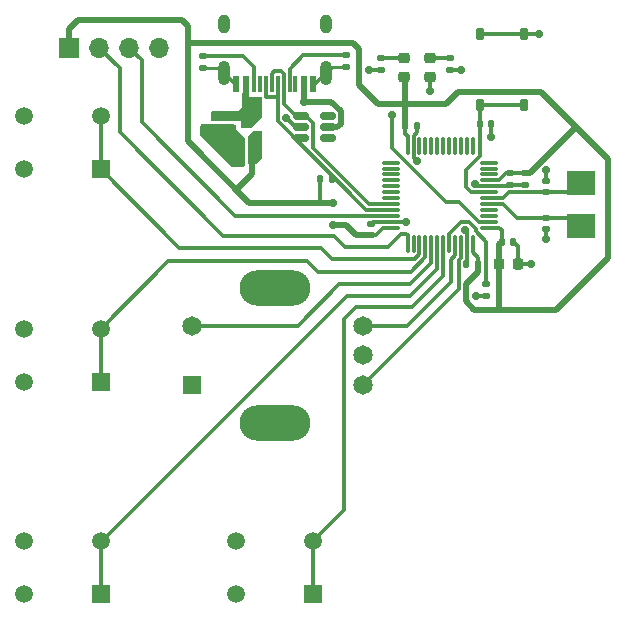
<source format=gtl>
G04 #@! TF.GenerationSoftware,KiCad,Pcbnew,(6.0.6-0)*
G04 #@! TF.CreationDate,2022-07-11T21:24:59+01:00*
G04 #@! TF.ProjectId,Spinny,5370696e-6e79-42e6-9b69-6361645f7063,rev?*
G04 #@! TF.SameCoordinates,Original*
G04 #@! TF.FileFunction,Copper,L1,Top*
G04 #@! TF.FilePolarity,Positive*
%FSLAX46Y46*%
G04 Gerber Fmt 4.6, Leading zero omitted, Abs format (unit mm)*
G04 Created by KiCad (PCBNEW (6.0.6-0)) date 2022-07-11 21:24:59*
%MOMM*%
%LPD*%
G01*
G04 APERTURE LIST*
G04 Aperture macros list*
%AMRoundRect*
0 Rectangle with rounded corners*
0 $1 Rounding radius*
0 $2 $3 $4 $5 $6 $7 $8 $9 X,Y pos of 4 corners*
0 Add a 4 corners polygon primitive as box body*
4,1,4,$2,$3,$4,$5,$6,$7,$8,$9,$2,$3,0*
0 Add four circle primitives for the rounded corners*
1,1,$1+$1,$2,$3*
1,1,$1+$1,$4,$5*
1,1,$1+$1,$6,$7*
1,1,$1+$1,$8,$9*
0 Add four rect primitives between the rounded corners*
20,1,$1+$1,$2,$3,$4,$5,0*
20,1,$1+$1,$4,$5,$6,$7,0*
20,1,$1+$1,$6,$7,$8,$9,0*
20,1,$1+$1,$8,$9,$2,$3,0*%
G04 Aperture macros list end*
G04 #@! TA.AperFunction,ComponentPad*
%ADD10R,1.508000X1.508000*%
G04 #@! TD*
G04 #@! TA.AperFunction,ComponentPad*
%ADD11C,1.508000*%
G04 #@! TD*
G04 #@! TA.AperFunction,SMDPad,CuDef*
%ADD12RoundRect,0.218750X-0.256250X0.218750X-0.256250X-0.218750X0.256250X-0.218750X0.256250X0.218750X0*%
G04 #@! TD*
G04 #@! TA.AperFunction,SMDPad,CuDef*
%ADD13RoundRect,0.135000X-0.185000X0.135000X-0.185000X-0.135000X0.185000X-0.135000X0.185000X0.135000X0*%
G04 #@! TD*
G04 #@! TA.AperFunction,SMDPad,CuDef*
%ADD14RoundRect,0.140000X-0.140000X-0.170000X0.140000X-0.170000X0.140000X0.170000X-0.140000X0.170000X0*%
G04 #@! TD*
G04 #@! TA.AperFunction,ComponentPad*
%ADD15R,1.650000X1.650000*%
G04 #@! TD*
G04 #@! TA.AperFunction,ComponentPad*
%ADD16C,1.650000*%
G04 #@! TD*
G04 #@! TA.AperFunction,ComponentPad*
%ADD17O,6.000000X3.000000*%
G04 #@! TD*
G04 #@! TA.AperFunction,SMDPad,CuDef*
%ADD18R,2.400000X2.000000*%
G04 #@! TD*
G04 #@! TA.AperFunction,SMDPad,CuDef*
%ADD19RoundRect,0.075000X0.662500X0.075000X-0.662500X0.075000X-0.662500X-0.075000X0.662500X-0.075000X0*%
G04 #@! TD*
G04 #@! TA.AperFunction,SMDPad,CuDef*
%ADD20RoundRect,0.075000X0.075000X0.662500X-0.075000X0.662500X-0.075000X-0.662500X0.075000X-0.662500X0*%
G04 #@! TD*
G04 #@! TA.AperFunction,SMDPad,CuDef*
%ADD21R,0.600000X1.450000*%
G04 #@! TD*
G04 #@! TA.AperFunction,SMDPad,CuDef*
%ADD22R,0.300000X1.450000*%
G04 #@! TD*
G04 #@! TA.AperFunction,ComponentPad*
%ADD23O,1.000000X2.100000*%
G04 #@! TD*
G04 #@! TA.AperFunction,ComponentPad*
%ADD24O,1.000000X1.600000*%
G04 #@! TD*
G04 #@! TA.AperFunction,SMDPad,CuDef*
%ADD25RoundRect,0.150000X0.150000X-0.587500X0.150000X0.587500X-0.150000X0.587500X-0.150000X-0.587500X0*%
G04 #@! TD*
G04 #@! TA.AperFunction,SMDPad,CuDef*
%ADD26RoundRect,0.140000X0.140000X0.170000X-0.140000X0.170000X-0.140000X-0.170000X0.140000X-0.170000X0*%
G04 #@! TD*
G04 #@! TA.AperFunction,SMDPad,CuDef*
%ADD27RoundRect,0.140000X-0.170000X0.140000X-0.170000X-0.140000X0.170000X-0.140000X0.170000X0.140000X0*%
G04 #@! TD*
G04 #@! TA.AperFunction,SMDPad,CuDef*
%ADD28RoundRect,0.140000X0.170000X-0.140000X0.170000X0.140000X-0.170000X0.140000X-0.170000X-0.140000X0*%
G04 #@! TD*
G04 #@! TA.AperFunction,SMDPad,CuDef*
%ADD29RoundRect,0.135000X-0.135000X-0.185000X0.135000X-0.185000X0.135000X0.185000X-0.135000X0.185000X0*%
G04 #@! TD*
G04 #@! TA.AperFunction,SMDPad,CuDef*
%ADD30RoundRect,0.225000X-0.225000X-0.250000X0.225000X-0.250000X0.225000X0.250000X-0.225000X0.250000X0*%
G04 #@! TD*
G04 #@! TA.AperFunction,SMDPad,CuDef*
%ADD31RoundRect,0.135000X0.185000X-0.135000X0.185000X0.135000X-0.185000X0.135000X-0.185000X-0.135000X0*%
G04 #@! TD*
G04 #@! TA.AperFunction,SMDPad,CuDef*
%ADD32RoundRect,0.150000X-0.512500X-0.150000X0.512500X-0.150000X0.512500X0.150000X-0.512500X0.150000X0*%
G04 #@! TD*
G04 #@! TA.AperFunction,ComponentPad*
%ADD33R,1.700000X1.700000*%
G04 #@! TD*
G04 #@! TA.AperFunction,ComponentPad*
%ADD34O,1.700000X1.700000*%
G04 #@! TD*
G04 #@! TA.AperFunction,SMDPad,CuDef*
%ADD35RoundRect,0.187500X0.187500X-0.312500X0.187500X0.312500X-0.187500X0.312500X-0.187500X-0.312500X0*%
G04 #@! TD*
G04 #@! TA.AperFunction,ViaPad*
%ADD36C,0.700000*%
G04 #@! TD*
G04 #@! TA.AperFunction,Conductor*
%ADD37C,0.500000*%
G04 #@! TD*
G04 #@! TA.AperFunction,Conductor*
%ADD38C,0.300000*%
G04 #@! TD*
G04 #@! TA.AperFunction,Conductor*
%ADD39C,0.250000*%
G04 #@! TD*
G04 APERTURE END LIST*
D10*
G04 #@! TO.P,SW2,1,1*
G04 #@! TO.N,BTN_2*
X135250000Y-102250000D03*
D11*
X135250000Y-97750000D03*
G04 #@! TO.P,SW2,2,2*
G04 #@! TO.N,GND*
X128750000Y-102250000D03*
X128750000Y-97750000D03*
G04 #@! TD*
D12*
G04 #@! TO.P,D1,1,K*
G04 #@! TO.N,Net-(D1-Pad1)*
X160950000Y-74877500D03*
G04 #@! TO.P,D1,2,A*
G04 #@! TO.N,+3.3VA*
X160950000Y-76452500D03*
G04 #@! TD*
D11*
G04 #@! TO.P,SW3,1,1*
G04 #@! TO.N,BTN_3*
X135250000Y-115750000D03*
D10*
X135250000Y-120250000D03*
D11*
G04 #@! TO.P,SW3,2,2*
G04 #@! TO.N,GND*
X128750000Y-120250000D03*
X128750000Y-115750000D03*
G04 #@! TD*
D13*
G04 #@! TO.P,R4,1*
G04 #@! TO.N,/BOOT0*
X167850000Y-93940000D03*
G04 #@! TO.P,R4,2*
G04 #@! TO.N,GND*
X167850000Y-94960000D03*
G04 #@! TD*
D14*
G04 #@! TO.P,C5,1*
G04 #@! TO.N,+3.3VA*
X161050000Y-80600000D03*
G04 #@! TO.P,C5,2*
G04 #@! TO.N,GND*
X162010000Y-80600000D03*
G04 #@! TD*
G04 #@! TO.P,C12,1*
G04 #@! TO.N,NRST*
X167370000Y-80450000D03*
G04 #@! TO.P,C12,2*
G04 #@! TO.N,GND*
X168330000Y-80450000D03*
G04 #@! TD*
D15*
G04 #@! TO.P,MT1,1*
G04 #@! TO.N,GND*
X143000000Y-102500000D03*
D16*
G04 #@! TO.P,MT1,2*
G04 #@! TO.N,BTN_5*
X143000000Y-97500000D03*
G04 #@! TO.P,MT1,A,A*
G04 #@! TO.N,ENC_A*
X157500000Y-102500000D03*
G04 #@! TO.P,MT1,B,B*
G04 #@! TO.N,ENC_B*
X157500000Y-97500000D03*
G04 #@! TO.P,MT1,COM,COM*
G04 #@! TO.N,GND*
X157500000Y-100000000D03*
D17*
G04 #@! TO.P,MT1,S1,SHIELD*
G04 #@! TO.N,unconnected-(MT1-PadS1)*
X150000000Y-105700000D03*
G04 #@! TO.P,MT1,S2,SHIELD*
G04 #@! TO.N,unconnected-(MT1-PadS2)*
X150000000Y-94300000D03*
G04 #@! TD*
D18*
G04 #@! TO.P,Y1,1,1*
G04 #@! TO.N,/HSE_IN*
X175950000Y-89100000D03*
G04 #@! TO.P,Y1,2,2*
G04 #@! TO.N,/HSE_OUT*
X175950000Y-85400000D03*
G04 #@! TD*
D11*
G04 #@! TO.P,SW1,1,1*
G04 #@! TO.N,BTN_1*
X135250000Y-79750000D03*
D10*
X135250000Y-84250000D03*
D11*
G04 #@! TO.P,SW1,2,2*
G04 #@! TO.N,GND*
X128750000Y-79750000D03*
X128750000Y-84250000D03*
G04 #@! TD*
D19*
G04 #@! TO.P,U3,1,VBAT*
G04 #@! TO.N,+3.3VA*
X168162500Y-89200000D03*
G04 #@! TO.P,U3,2,PC13*
G04 #@! TO.N,LED_STS*
X168162500Y-88700000D03*
G04 #@! TO.P,U3,3,PC14*
G04 #@! TO.N,unconnected-(U3-Pad3)*
X168162500Y-88200000D03*
G04 #@! TO.P,U3,4,PC15*
G04 #@! TO.N,unconnected-(U3-Pad4)*
X168162500Y-87700000D03*
G04 #@! TO.P,U3,5,PD0*
G04 #@! TO.N,/HSE_IN*
X168162500Y-87200000D03*
G04 #@! TO.P,U3,6,PD1*
G04 #@! TO.N,/HSE_OUT*
X168162500Y-86700000D03*
G04 #@! TO.P,U3,7,NRST*
G04 #@! TO.N,NRST*
X168162500Y-86200000D03*
G04 #@! TO.P,U3,8,VSSA*
G04 #@! TO.N,GND*
X168162500Y-85700000D03*
G04 #@! TO.P,U3,9,VDDA*
G04 #@! TO.N,+3.3VA*
X168162500Y-85200000D03*
G04 #@! TO.P,U3,10,PA0*
G04 #@! TO.N,unconnected-(U3-Pad10)*
X168162500Y-84700000D03*
G04 #@! TO.P,U3,11,PA1*
G04 #@! TO.N,unconnected-(U3-Pad11)*
X168162500Y-84200000D03*
G04 #@! TO.P,U3,12,PA2*
G04 #@! TO.N,unconnected-(U3-Pad12)*
X168162500Y-83700000D03*
D20*
G04 #@! TO.P,U3,13,PA3*
G04 #@! TO.N,unconnected-(U3-Pad13)*
X166750000Y-82287500D03*
G04 #@! TO.P,U3,14,PA4*
G04 #@! TO.N,unconnected-(U3-Pad14)*
X166250000Y-82287500D03*
G04 #@! TO.P,U3,15,PA5*
G04 #@! TO.N,unconnected-(U3-Pad15)*
X165750000Y-82287500D03*
G04 #@! TO.P,U3,16,PA6*
G04 #@! TO.N,unconnected-(U3-Pad16)*
X165250000Y-82287500D03*
G04 #@! TO.P,U3,17,PA7*
G04 #@! TO.N,unconnected-(U3-Pad17)*
X164750000Y-82287500D03*
G04 #@! TO.P,U3,18,PB0*
G04 #@! TO.N,unconnected-(U3-Pad18)*
X164250000Y-82287500D03*
G04 #@! TO.P,U3,19,PB1*
G04 #@! TO.N,unconnected-(U3-Pad19)*
X163750000Y-82287500D03*
G04 #@! TO.P,U3,20,PB2*
G04 #@! TO.N,unconnected-(U3-Pad20)*
X163250000Y-82287500D03*
G04 #@! TO.P,U3,21,PB10*
G04 #@! TO.N,unconnected-(U3-Pad21)*
X162750000Y-82287500D03*
G04 #@! TO.P,U3,22,PB11*
G04 #@! TO.N,unconnected-(U3-Pad22)*
X162250000Y-82287500D03*
G04 #@! TO.P,U3,23,VSS*
G04 #@! TO.N,GND*
X161750000Y-82287500D03*
G04 #@! TO.P,U3,24,VDD*
G04 #@! TO.N,+3.3VA*
X161250000Y-82287500D03*
D19*
G04 #@! TO.P,U3,25,PB12*
G04 #@! TO.N,unconnected-(U3-Pad25)*
X159837500Y-83700000D03*
G04 #@! TO.P,U3,26,PB13*
G04 #@! TO.N,unconnected-(U3-Pad26)*
X159837500Y-84200000D03*
G04 #@! TO.P,U3,27,PB14*
G04 #@! TO.N,unconnected-(U3-Pad27)*
X159837500Y-84700000D03*
G04 #@! TO.P,U3,28,PB15*
G04 #@! TO.N,unconnected-(U3-Pad28)*
X159837500Y-85200000D03*
G04 #@! TO.P,U3,29,PA8*
G04 #@! TO.N,unconnected-(U3-Pad29)*
X159837500Y-85700000D03*
G04 #@! TO.P,U3,30,PA9*
G04 #@! TO.N,unconnected-(U3-Pad30)*
X159837500Y-86200000D03*
G04 #@! TO.P,U3,31,PA10*
G04 #@! TO.N,unconnected-(U3-Pad31)*
X159837500Y-86700000D03*
G04 #@! TO.P,U3,32,PA11*
G04 #@! TO.N,USB_D-*
X159837500Y-87200000D03*
G04 #@! TO.P,U3,33,PA12*
G04 #@! TO.N,USB_D+*
X159837500Y-87700000D03*
G04 #@! TO.P,U3,34,PA13*
G04 #@! TO.N,SWDIO*
X159837500Y-88200000D03*
G04 #@! TO.P,U3,35,VSS*
G04 #@! TO.N,GND*
X159837500Y-88700000D03*
G04 #@! TO.P,U3,36,VDD*
G04 #@! TO.N,+3.3VA*
X159837500Y-89200000D03*
D20*
G04 #@! TO.P,U3,37,PA14*
G04 #@! TO.N,SWCLK*
X161250000Y-90612500D03*
G04 #@! TO.P,U3,38,PA15*
G04 #@! TO.N,unconnected-(U3-Pad38)*
X161750000Y-90612500D03*
G04 #@! TO.P,U3,39,PB3*
G04 #@! TO.N,BTN_1*
X162250000Y-90612500D03*
G04 #@! TO.P,U3,40,PB4*
G04 #@! TO.N,BTN_2*
X162750000Y-90612500D03*
G04 #@! TO.P,U3,41,PB5*
G04 #@! TO.N,BTN_5*
X163250000Y-90612500D03*
G04 #@! TO.P,U3,42,PB6*
G04 #@! TO.N,BTN_3*
X163750000Y-90612500D03*
G04 #@! TO.P,U3,43,PB7*
G04 #@! TO.N,BTN_4*
X164250000Y-90612500D03*
G04 #@! TO.P,U3,44,BOOT0*
G04 #@! TO.N,/BOOT0*
X164750000Y-90612500D03*
G04 #@! TO.P,U3,45,PB8*
G04 #@! TO.N,ENC_B*
X165250000Y-90612500D03*
G04 #@! TO.P,U3,46,PB9*
G04 #@! TO.N,ENC_A*
X165750000Y-90612500D03*
G04 #@! TO.P,U3,47,VSS*
G04 #@! TO.N,GND*
X166250000Y-90612500D03*
G04 #@! TO.P,U3,48,VDD*
G04 #@! TO.N,+3.3VA*
X166750000Y-90612500D03*
G04 #@! TD*
D21*
G04 #@! TO.P,J1,A1,GND*
G04 #@! TO.N,GND*
X153250000Y-77045000D03*
G04 #@! TO.P,J1,A4,VBUS*
G04 #@! TO.N,+5V*
X152450000Y-77045000D03*
D22*
G04 #@! TO.P,J1,A5,CC1*
G04 #@! TO.N,Net-(J1-PadA5)*
X151250000Y-77045000D03*
G04 #@! TO.P,J1,A6,D+*
G04 #@! TO.N,USB_D+*
X150250000Y-77045000D03*
G04 #@! TO.P,J1,A7,D-*
G04 #@! TO.N,USB_D-*
X149750000Y-77045000D03*
G04 #@! TO.P,J1,A8,SBU1*
G04 #@! TO.N,unconnected-(J1-PadA8)*
X148750000Y-77045000D03*
D21*
G04 #@! TO.P,J1,A9,VBUS*
G04 #@! TO.N,+5V*
X147550000Y-77045000D03*
G04 #@! TO.P,J1,A12,GND*
G04 #@! TO.N,GND*
X146750000Y-77045000D03*
G04 #@! TO.P,J1,B1,GND*
X146750000Y-77045000D03*
G04 #@! TO.P,J1,B4,VBUS*
G04 #@! TO.N,+5V*
X147550000Y-77045000D03*
D22*
G04 #@! TO.P,J1,B5,CC2*
G04 #@! TO.N,Net-(J1-PadB5)*
X148250000Y-77045000D03*
G04 #@! TO.P,J1,B6,D+*
G04 #@! TO.N,USB_D+*
X149250000Y-77045000D03*
G04 #@! TO.P,J1,B7,D-*
G04 #@! TO.N,USB_D-*
X150750000Y-77045000D03*
G04 #@! TO.P,J1,B8,SBU2*
G04 #@! TO.N,unconnected-(J1-PadB8)*
X151750000Y-77045000D03*
D21*
G04 #@! TO.P,J1,B9,VBUS*
G04 #@! TO.N,+5V*
X152450000Y-77045000D03*
G04 #@! TO.P,J1,B12,GND*
G04 #@! TO.N,GND*
X153250000Y-77045000D03*
D23*
G04 #@! TO.P,J1,S1,SHIELD*
X154320000Y-76130000D03*
X145680000Y-76130000D03*
D24*
X145680000Y-71950000D03*
X154320000Y-71950000D03*
G04 #@! TD*
D25*
G04 #@! TO.P,U1,1,GND*
G04 #@! TO.N,GND*
X146600000Y-81800000D03*
G04 #@! TO.P,U1,2,VO*
G04 #@! TO.N,+3.3VA*
X148500000Y-81800000D03*
G04 #@! TO.P,U1,3,VI*
G04 #@! TO.N,+5V*
X147550000Y-79925000D03*
G04 #@! TD*
D26*
G04 #@! TO.P,C7,1*
G04 #@! TO.N,+3.3VA*
X167180000Y-92300000D03*
G04 #@! TO.P,C7,2*
G04 #@! TO.N,GND*
X166220000Y-92300000D03*
G04 #@! TD*
D13*
G04 #@! TO.P,R6,1*
G04 #@! TO.N,Net-(D2-Pad1)*
X164850000Y-74840000D03*
G04 #@! TO.P,R6,2*
G04 #@! TO.N,GND*
X164850000Y-75860000D03*
G04 #@! TD*
D14*
G04 #@! TO.P,C4,1*
G04 #@! TO.N,+3.3VA*
X169200000Y-90400000D03*
G04 #@! TO.P,C4,2*
G04 #@! TO.N,GND*
X170160000Y-90400000D03*
G04 #@! TD*
D12*
G04 #@! TO.P,D2,1,K*
G04 #@! TO.N,Net-(D2-Pad1)*
X163150000Y-74840000D03*
G04 #@! TO.P,D2,2,A*
G04 #@! TO.N,LED_STS*
X163150000Y-76415000D03*
G04 #@! TD*
D27*
G04 #@! TO.P,C8,1*
G04 #@! TO.N,+3.3VA*
X171150000Y-84600000D03*
G04 #@! TO.P,C8,2*
G04 #@! TO.N,GND*
X171150000Y-85560000D03*
G04 #@! TD*
G04 #@! TO.P,C10,1*
G04 #@! TO.N,/HSE_IN*
X172950000Y-88350000D03*
G04 #@! TO.P,C10,2*
G04 #@! TO.N,GND*
X172950000Y-89310000D03*
G04 #@! TD*
G04 #@! TO.P,C1,1*
G04 #@! TO.N,+5V*
X145100000Y-79840000D03*
G04 #@! TO.P,C1,2*
G04 #@! TO.N,GND*
X145100000Y-80800000D03*
G04 #@! TD*
D13*
G04 #@! TO.P,R1,1*
G04 #@! TO.N,Net-(J1-PadA5)*
X156050000Y-74590000D03*
G04 #@! TO.P,R1,2*
G04 #@! TO.N,GND*
X156050000Y-75610000D03*
G04 #@! TD*
G04 #@! TO.P,R3,1*
G04 #@! TO.N,Net-(D1-Pad1)*
X159000000Y-74850000D03*
G04 #@! TO.P,R3,2*
G04 #@! TO.N,GND*
X159000000Y-75870000D03*
G04 #@! TD*
D28*
G04 #@! TO.P,C11,1*
G04 #@! TO.N,/HSE_OUT*
X172950000Y-86186000D03*
G04 #@! TO.P,C11,2*
G04 #@! TO.N,GND*
X172950000Y-85226000D03*
G04 #@! TD*
D29*
G04 #@! TO.P,R5,1*
G04 #@! TO.N,+3.3VA*
X153790000Y-85070000D03*
G04 #@! TO.P,R5,2*
G04 #@! TO.N,USB_D+*
X154810000Y-85070000D03*
G04 #@! TD*
D30*
G04 #@! TO.P,C3,1*
G04 #@! TO.N,+3.3VA*
X169000000Y-92300000D03*
G04 #@! TO.P,C3,2*
G04 #@! TO.N,GND*
X170550000Y-92300000D03*
G04 #@! TD*
D31*
G04 #@! TO.P,R2,1*
G04 #@! TO.N,GND*
X143950000Y-75720000D03*
G04 #@! TO.P,R2,2*
G04 #@! TO.N,Net-(J1-PadB5)*
X143950000Y-74700000D03*
G04 #@! TD*
D28*
G04 #@! TO.P,C6,1*
G04 #@! TO.N,+3.3VA*
X158150000Y-89850000D03*
G04 #@! TO.P,C6,2*
G04 #@! TO.N,GND*
X158150000Y-88890000D03*
G04 #@! TD*
D32*
G04 #@! TO.P,U2,1,IO1*
G04 #@! TO.N,USB_D-*
X152212500Y-79750000D03*
G04 #@! TO.P,U2,2,VN*
G04 #@! TO.N,GND*
X152212500Y-80700000D03*
G04 #@! TO.P,U2,3,IO2*
G04 #@! TO.N,USB_D+*
X152212500Y-81650000D03*
G04 #@! TO.P,U2,4,IO3*
G04 #@! TO.N,unconnected-(U2-Pad4)*
X154487500Y-81650000D03*
G04 #@! TO.P,U2,5,VP*
G04 #@! TO.N,+5V*
X154487500Y-80700000D03*
G04 #@! TO.P,U2,6,IO4*
G04 #@! TO.N,unconnected-(U2-Pad6)*
X154487500Y-79750000D03*
G04 #@! TD*
D27*
G04 #@! TO.P,C9,1*
G04 #@! TO.N,+3.3VA*
X169900000Y-84600000D03*
G04 #@! TO.P,C9,2*
G04 #@! TO.N,GND*
X169900000Y-85560000D03*
G04 #@! TD*
D33*
G04 #@! TO.P,J2,1,Pin_1*
G04 #@! TO.N,+3.3VA*
X132600000Y-73990000D03*
D34*
G04 #@! TO.P,J2,2,Pin_2*
G04 #@! TO.N,SWCLK*
X135140000Y-73990000D03*
G04 #@! TO.P,J2,3,Pin_3*
G04 #@! TO.N,SWDIO*
X137680000Y-73990000D03*
G04 #@! TO.P,J2,4,Pin_4*
G04 #@! TO.N,GND*
X140220000Y-73990000D03*
G04 #@! TD*
D26*
G04 #@! TO.P,C2,1*
G04 #@! TO.N,+3.3VA*
X148060000Y-83400000D03*
G04 #@! TO.P,C2,2*
G04 #@! TO.N,GND*
X147100000Y-83400000D03*
G04 #@! TD*
D10*
G04 #@! TO.P,SW4,1,1*
G04 #@! TO.N,BTN_4*
X153250000Y-120250000D03*
D11*
X153250000Y-115750000D03*
G04 #@! TO.P,SW4,2,2*
G04 #@! TO.N,GND*
X146750000Y-115750000D03*
X146750000Y-120250000D03*
G04 #@! TD*
D35*
G04 #@! TO.P,SW5,1,1*
G04 #@! TO.N,NRST*
X167375000Y-78800000D03*
X171125000Y-78800000D03*
G04 #@! TO.P,SW5,2,2*
G04 #@! TO.N,GND*
X171125000Y-72800000D03*
X167375000Y-72800000D03*
G04 #@! TD*
D36*
G04 #@! TO.N,+5V*
X148400000Y-78550000D03*
X152450000Y-78550000D03*
G04 #@! TO.N,GND*
X172950000Y-84350000D03*
X166130000Y-89400000D03*
X166910560Y-85481304D03*
X172950000Y-90200000D03*
X150980628Y-79919872D03*
X165750000Y-75850000D03*
X168300000Y-81500000D03*
X166999500Y-94950000D03*
X171700000Y-92300000D03*
X146250000Y-83400000D03*
X145500000Y-81650000D03*
X172400000Y-72800000D03*
X144200000Y-80850000D03*
X158000000Y-75850000D03*
X145500000Y-82450000D03*
X161100000Y-88700000D03*
X162031166Y-83566561D03*
G04 #@! TO.N,+3.3VA*
X154900000Y-89000000D03*
X154900000Y-87080000D03*
G04 #@! TO.N,LED_STS*
X163150000Y-77600000D03*
X159900000Y-79650000D03*
G04 #@! TD*
D37*
G04 #@! TO.N,+5V*
X155599520Y-80400480D02*
X155300000Y-80700000D01*
X147550000Y-78550000D02*
X147550000Y-79925000D01*
X152450000Y-78550000D02*
X154797849Y-78550000D01*
X147550000Y-77045000D02*
X147550000Y-78550000D01*
X147550000Y-78550000D02*
X148400000Y-78550000D01*
X155599520Y-79351671D02*
X155599520Y-80400480D01*
X155300000Y-80700000D02*
X154487500Y-80700000D01*
X145100000Y-79840000D02*
X147465000Y-79840000D01*
X154797849Y-78550000D02*
X155599520Y-79351671D01*
X147465000Y-79840000D02*
X147550000Y-79925000D01*
X152450000Y-78550000D02*
X152450000Y-77045000D01*
D38*
G04 #@! TO.N,GND*
X159837500Y-88700000D02*
X161100000Y-88700000D01*
X166250000Y-90612500D02*
X166250000Y-92270000D01*
X164850000Y-75860000D02*
X165740000Y-75860000D01*
X167129256Y-85700000D02*
X166910560Y-85481304D01*
X170160000Y-90400000D02*
X170200000Y-90400000D01*
X169760000Y-85700000D02*
X168162500Y-85700000D01*
X167850000Y-94960000D02*
X167009500Y-94960000D01*
X153405000Y-77045000D02*
X154320000Y-76130000D01*
X169900000Y-85560000D02*
X171150000Y-85560000D01*
X167375000Y-72800000D02*
X171125000Y-72800000D01*
X172950000Y-89310000D02*
X172950000Y-90200000D01*
X170550000Y-90750000D02*
X170550000Y-92300000D01*
X165740000Y-75860000D02*
X165750000Y-75850000D01*
X170200000Y-90400000D02*
X170550000Y-90750000D01*
D39*
X143950000Y-75720000D02*
X145270000Y-75720000D01*
D38*
X167009500Y-94960000D02*
X166999500Y-94950000D01*
X146750000Y-77045000D02*
X146595000Y-77045000D01*
X172400000Y-72800000D02*
X171125000Y-72800000D01*
X159000000Y-75870000D02*
X158020000Y-75870000D01*
X161750000Y-82300000D02*
X161750000Y-81400000D01*
X172950000Y-85226000D02*
X172950000Y-84150000D01*
X158340000Y-88700000D02*
X158150000Y-88890000D01*
X161750000Y-81400000D02*
X162010000Y-81140000D01*
X168162500Y-85700000D02*
X167129256Y-85700000D01*
X158020000Y-75870000D02*
X158000000Y-75850000D01*
X169900000Y-85560000D02*
X169760000Y-85700000D01*
X170550000Y-92300000D02*
X171700000Y-92300000D01*
X168330000Y-80450000D02*
X168330000Y-81470000D01*
D39*
X154840000Y-75610000D02*
X154320000Y-76130000D01*
D38*
X161750000Y-83285395D02*
X162031166Y-83566561D01*
D39*
X145270000Y-75720000D02*
X145680000Y-76130000D01*
D38*
X166250000Y-90612500D02*
X166250000Y-89400000D01*
X166250000Y-92270000D02*
X166220000Y-92300000D01*
X161750000Y-82287500D02*
X161750000Y-83285395D01*
X159837500Y-88700000D02*
X158340000Y-88700000D01*
X153250000Y-77045000D02*
X153405000Y-77045000D01*
X162010000Y-81140000D02*
X162010000Y-80600000D01*
D39*
X156050000Y-75610000D02*
X154840000Y-75610000D01*
D38*
X151760756Y-80700000D02*
X152212500Y-80700000D01*
X150980628Y-79919872D02*
X151760756Y-80700000D01*
X168330000Y-81470000D02*
X168300000Y-81500000D01*
X146595000Y-77045000D02*
X145680000Y-76130000D01*
D37*
G04 #@! TO.N,+3.3VA*
X160950000Y-76452500D02*
X160952500Y-76452500D01*
D38*
X168162500Y-85200000D02*
X169000361Y-85200000D01*
D37*
X157100000Y-74100000D02*
X156600000Y-73600000D01*
X146750000Y-85990000D02*
X146750000Y-85980000D01*
X142640000Y-74040000D02*
X142640000Y-72090000D01*
D38*
X169900000Y-84600000D02*
X171150000Y-84600000D01*
D37*
X161050000Y-80600000D02*
X161050000Y-78750000D01*
X171569320Y-84600000D02*
X175500000Y-80669320D01*
X164500000Y-78750000D02*
X161050000Y-78750000D01*
X167180000Y-92970000D02*
X167180000Y-92300000D01*
X166200000Y-95450000D02*
X166900000Y-96150000D01*
X178200000Y-83350000D02*
X178200000Y-91740000D01*
D38*
X166750000Y-90612500D02*
X166750000Y-91300000D01*
D37*
X166900000Y-96150000D02*
X169000000Y-96150000D01*
D38*
X168162500Y-89200000D02*
X169000000Y-89200000D01*
D37*
X156600000Y-73600000D02*
X142720000Y-73600000D01*
D38*
X161050000Y-80600000D02*
X161050000Y-81250000D01*
D37*
X148060000Y-84670000D02*
X148060000Y-83400000D01*
X153680000Y-87080000D02*
X154900000Y-87080000D01*
D38*
X153790000Y-85070000D02*
X153790000Y-86970000D01*
D37*
X157100000Y-77100000D02*
X157100000Y-74100000D01*
D38*
X153790000Y-86970000D02*
X153680000Y-87080000D01*
X158550000Y-89850000D02*
X158150000Y-89850000D01*
D37*
X166200000Y-93950000D02*
X166200000Y-95450000D01*
D38*
X167180000Y-91730000D02*
X167180000Y-92300000D01*
D37*
X142640000Y-81890000D02*
X147830000Y-87080000D01*
X132600000Y-72350000D02*
X132600000Y-74100000D01*
X169000000Y-96150000D02*
X173790000Y-96150000D01*
D38*
X169600361Y-84600000D02*
X169900000Y-84600000D01*
D37*
X154900000Y-89000000D02*
X156000000Y-89000000D01*
X161050000Y-78750000D02*
X161050000Y-76552500D01*
X175500000Y-80650000D02*
X178200000Y-83350000D01*
X147830000Y-87080000D02*
X153680000Y-87080000D01*
X156000000Y-89000000D02*
X156850000Y-89850000D01*
X142640000Y-74060000D02*
X142640000Y-81890000D01*
X171569320Y-84600000D02*
X171150000Y-84600000D01*
X146750000Y-85980000D02*
X148060000Y-84670000D01*
X175500000Y-80650000D02*
X172550000Y-77700000D01*
X169000000Y-92300000D02*
X169000000Y-96150000D01*
X165550000Y-77700000D02*
X164500000Y-78750000D01*
X161050000Y-78750000D02*
X158750000Y-78750000D01*
X156850000Y-89850000D02*
X158150000Y-89850000D01*
X133360000Y-71590000D02*
X132600000Y-72350000D01*
D38*
X159837500Y-89212500D02*
X159187500Y-89212500D01*
X161050000Y-81250000D02*
X161250000Y-81450000D01*
X166750000Y-91300000D02*
X167180000Y-91730000D01*
D37*
X169000000Y-92300000D02*
X169000000Y-90600000D01*
X161050000Y-76552500D02*
X160950000Y-76452500D01*
X175500000Y-80669320D02*
X175500000Y-80650000D01*
X142140000Y-71590000D02*
X133360000Y-71590000D01*
D38*
X169000361Y-85200000D02*
X169600361Y-84600000D01*
D37*
X173790000Y-96150000D02*
X178200000Y-91740000D01*
X166200000Y-93950000D02*
X167180000Y-92970000D01*
D38*
X161250000Y-81450000D02*
X161250000Y-82300000D01*
X159187500Y-89212500D02*
X158550000Y-89850000D01*
X169000000Y-89200000D02*
X169200000Y-89400000D01*
D37*
X158750000Y-78750000D02*
X157100000Y-77100000D01*
X169000000Y-90600000D02*
X169200000Y-90400000D01*
X142640000Y-72090000D02*
X142140000Y-71590000D01*
X172550000Y-77700000D02*
X165550000Y-77700000D01*
D38*
X169200000Y-89400000D02*
X169200000Y-90400000D01*
G04 #@! TO.N,/HSE_IN*
X175200000Y-88350000D02*
X175950000Y-89100000D01*
X170500000Y-88350000D02*
X172950000Y-88350000D01*
X169350000Y-87200000D02*
X170500000Y-88350000D01*
X172950000Y-88350000D02*
X175200000Y-88350000D01*
X168162500Y-87200000D02*
X169350000Y-87200000D01*
G04 #@! TO.N,/HSE_OUT*
X169350000Y-86700000D02*
X169850480Y-86199520D01*
X168162500Y-86700000D02*
X169350000Y-86700000D01*
X172936480Y-86199520D02*
X172950000Y-86186000D01*
X169850480Y-86199520D02*
X172936480Y-86199520D01*
X175164000Y-86186000D02*
X175950000Y-85400000D01*
X172950000Y-86186000D02*
X175164000Y-86186000D01*
G04 #@! TO.N,NRST*
X167370000Y-83154639D02*
X167370000Y-80450000D01*
X166211049Y-85771052D02*
X166211049Y-84313590D01*
X167375000Y-80405000D02*
X167330000Y-80450000D01*
X166211049Y-84313590D02*
X167370000Y-83154639D01*
X166639997Y-86200000D02*
X166211049Y-85771052D01*
X168162500Y-86200000D02*
X166639997Y-86200000D01*
X167375000Y-78800000D02*
X167375000Y-80405000D01*
X171125000Y-78800000D02*
X167375000Y-78800000D01*
G04 #@! TO.N,Net-(D1-Pad1)*
X159000000Y-74850000D02*
X160772500Y-74850000D01*
X160772500Y-74850000D02*
X160800000Y-74877500D01*
G04 #@! TO.N,Net-(D2-Pad1)*
X164850000Y-74840000D02*
X163150000Y-74840000D01*
G04 #@! TO.N,LED_STS*
X165600000Y-87000000D02*
X167300000Y-88700000D01*
X167300000Y-88700000D02*
X168162500Y-88700000D01*
X159900000Y-79650000D02*
X159900000Y-82424639D01*
X163150000Y-76415000D02*
X163150000Y-77600000D01*
X164475361Y-87000000D02*
X165600000Y-87000000D01*
X159900000Y-82424639D02*
X164475361Y-87000000D01*
G04 #@! TO.N,Net-(J1-PadA5)*
X152410000Y-74590000D02*
X156050000Y-74590000D01*
X151250000Y-77045000D02*
X151250000Y-75750000D01*
X151250000Y-75750000D02*
X152410000Y-74590000D01*
G04 #@! TO.N,USB_D+*
X157760000Y-87700000D02*
X150250000Y-80190000D01*
X150250000Y-77045000D02*
X150250000Y-78150000D01*
X149250000Y-78119022D02*
X149280978Y-78150000D01*
X149250000Y-77045000D02*
X149250000Y-78119022D01*
X150250000Y-80190000D02*
X150250000Y-78150000D01*
X149280978Y-78150000D02*
X150250000Y-78150000D01*
X159837500Y-87700000D02*
X157760000Y-87700000D01*
G04 #@! TO.N,USB_D-*
X149950000Y-75950000D02*
X149750000Y-76150000D01*
X149750000Y-76150000D02*
X149750000Y-77045000D01*
X151800000Y-79750000D02*
X150750000Y-78700000D01*
X157999520Y-87199520D02*
X153250000Y-82450000D01*
X150750000Y-78700000D02*
X150750000Y-77045000D01*
X150750000Y-77045000D02*
X150750000Y-76150000D01*
X153250000Y-80368573D02*
X152631427Y-79750000D01*
X150750000Y-76150000D02*
X150550000Y-75950000D01*
X159837500Y-87199520D02*
X157999520Y-87199520D01*
X153250000Y-82450000D02*
X153250000Y-80368573D01*
X159837500Y-87200000D02*
X159837500Y-87199520D01*
X152212500Y-79750000D02*
X151800000Y-79750000D01*
X150550000Y-75950000D02*
X149950000Y-75950000D01*
X152631427Y-79750000D02*
X152212500Y-79750000D01*
G04 #@! TO.N,Net-(J1-PadB5)*
X148250000Y-75602234D02*
X147347766Y-74700000D01*
X147347766Y-74700000D02*
X143950000Y-74700000D01*
X148250000Y-77045000D02*
X148250000Y-75602234D01*
G04 #@! TO.N,SWCLK*
X160650000Y-89700000D02*
X159550000Y-90800000D01*
X155050000Y-89900000D02*
X145630000Y-89900000D01*
X161250000Y-89850000D02*
X161100000Y-89700000D01*
X136860000Y-81130000D02*
X136860000Y-75710000D01*
X136860000Y-75710000D02*
X135140000Y-73990000D01*
X161250000Y-90625000D02*
X161250000Y-89850000D01*
X155950000Y-90800000D02*
X155050000Y-89900000D01*
X145630000Y-89900000D02*
X136860000Y-81130000D01*
X161100000Y-89700000D02*
X160650000Y-89700000D01*
X159550000Y-90800000D02*
X155950000Y-90800000D01*
G04 #@! TO.N,SWDIO*
X138720000Y-75030000D02*
X137680000Y-73990000D01*
X146650000Y-88200000D02*
X138720000Y-80270000D01*
X159837500Y-88200000D02*
X146650000Y-88200000D01*
X138720000Y-80270000D02*
X138720000Y-75030000D01*
G04 #@! TO.N,/BOOT0*
X164750000Y-89710000D02*
X164750000Y-90612500D01*
X165759511Y-88700489D02*
X164750000Y-89710000D01*
X166419748Y-88700489D02*
X165759511Y-88700489D01*
X167000841Y-89525480D02*
X167000841Y-89281582D01*
X167850000Y-90374639D02*
X167000841Y-89525480D01*
X167000841Y-89281582D02*
X166419748Y-88700489D01*
X167850000Y-93940000D02*
X167850000Y-90374639D01*
G04 #@! TO.N,ENC_A*
X165750000Y-91760978D02*
X165590480Y-91920498D01*
X165590480Y-91920498D02*
X165590480Y-94409520D01*
X165590480Y-94409520D02*
X157500000Y-102500000D01*
X165750000Y-90625000D02*
X165750000Y-91760978D01*
G04 #@! TO.N,ENC_B*
X165250000Y-91554550D02*
X164900000Y-91904550D01*
X164900000Y-93780000D02*
X161180000Y-97500000D01*
X165250000Y-90625000D02*
X165250000Y-91554550D01*
X161180000Y-97500000D02*
X157500000Y-97500000D01*
X164900000Y-91904550D02*
X164900000Y-93780000D01*
G04 #@! TO.N,BTN_1*
X154806431Y-91856431D02*
X153870000Y-90920000D01*
X162250000Y-90625000D02*
X162250000Y-91462861D01*
X135250000Y-84250000D02*
X135250000Y-79750000D01*
X161856431Y-91856431D02*
X154806431Y-91856431D01*
X141920000Y-90920000D02*
X135250000Y-84250000D01*
X153870000Y-90920000D02*
X141920000Y-90920000D01*
X162250000Y-91462861D02*
X161856431Y-91856431D01*
G04 #@! TO.N,BTN_2*
X135250000Y-97750000D02*
X141000000Y-92000000D01*
X161500000Y-92950000D02*
X162750480Y-91699520D01*
X141000000Y-92000000D02*
X152700000Y-92000000D01*
X153650000Y-92950000D02*
X161500000Y-92950000D01*
X135250000Y-97750000D02*
X135250000Y-102250000D01*
X152700000Y-92000000D02*
X153650000Y-92950000D01*
X162750480Y-91699520D02*
X162750480Y-91200000D01*
G04 #@! TO.N,BTN_3*
X135250000Y-115750000D02*
X135250000Y-120250000D01*
X163750000Y-92690000D02*
X163750000Y-90625000D01*
X156128572Y-94981428D02*
X161458572Y-94981428D01*
X135360000Y-115750000D02*
X156128572Y-94981428D01*
X135250000Y-115750000D02*
X135360000Y-115750000D01*
X161458572Y-94981428D02*
X163750000Y-92690000D01*
G04 #@! TO.N,BTN_4*
X153250000Y-115750000D02*
X155890000Y-113110000D01*
X164250000Y-93310000D02*
X164250000Y-90625000D01*
X161620000Y-95940000D02*
X164250000Y-93310000D01*
X156870000Y-95940000D02*
X161620000Y-95940000D01*
X153250000Y-115750000D02*
X153250000Y-120250000D01*
X155890000Y-113110000D02*
X155890000Y-96920000D01*
X155890000Y-96920000D02*
X156870000Y-95940000D01*
G04 #@! TO.N,BTN_5*
X161441786Y-93978214D02*
X155471786Y-93978214D01*
X163250480Y-92169520D02*
X161441786Y-93978214D01*
X151950000Y-97500000D02*
X143000000Y-97500000D01*
X155471786Y-93978214D02*
X151950000Y-97500000D01*
X163250480Y-91100000D02*
X163250480Y-92169520D01*
G04 #@! TD*
G04 #@! TA.AperFunction,Conductor*
G04 #@! TO.N,GND*
G36*
X146642121Y-80470002D02*
G01*
X146688614Y-80523658D01*
X146700000Y-80576000D01*
X146700000Y-80900000D01*
X146734507Y-80929906D01*
X146739612Y-80934330D01*
X147405257Y-81511223D01*
X147423594Y-81530918D01*
X147424527Y-81532164D01*
X147446791Y-81580910D01*
X147447122Y-81582432D01*
X147450000Y-81609208D01*
X147450000Y-83924000D01*
X147429998Y-83992121D01*
X147376342Y-84038614D01*
X147324000Y-84050000D01*
X146353831Y-84050000D01*
X146329277Y-84047584D01*
X146327762Y-84047283D01*
X146282311Y-84028462D01*
X146281024Y-84027602D01*
X146261934Y-84011934D01*
X143738066Y-81488066D01*
X143722398Y-81468976D01*
X143721538Y-81467689D01*
X143702717Y-81422238D01*
X143702416Y-81420723D01*
X143700000Y-81396169D01*
X143700000Y-80576000D01*
X143720002Y-80507879D01*
X143773658Y-80461386D01*
X143826000Y-80450000D01*
X146574000Y-80450000D01*
X146642121Y-80470002D01*
G37*
G04 #@! TD.AperFunction*
G04 #@! TD*
G04 #@! TA.AperFunction,Conductor*
G04 #@! TO.N,+3.3VA*
G36*
X148892121Y-81020002D02*
G01*
X148938614Y-81073658D01*
X148950000Y-81126000D01*
X148950000Y-83246169D01*
X148947584Y-83270723D01*
X148947283Y-83272238D01*
X148928462Y-83317689D01*
X148927602Y-83318976D01*
X148911934Y-83338066D01*
X148438066Y-83811934D01*
X148418976Y-83827602D01*
X148417689Y-83828462D01*
X148372238Y-83847283D01*
X148370723Y-83847584D01*
X148346169Y-83850000D01*
X147826000Y-83850000D01*
X147757879Y-83829998D01*
X147711386Y-83776342D01*
X147700000Y-83724000D01*
X147700000Y-81553831D01*
X147702416Y-81529277D01*
X147702717Y-81527762D01*
X147721538Y-81482311D01*
X147722398Y-81481024D01*
X147738066Y-81461934D01*
X148161934Y-81038066D01*
X148181024Y-81022398D01*
X148182311Y-81021538D01*
X148227762Y-81002717D01*
X148229277Y-81002416D01*
X148253831Y-81000000D01*
X148824000Y-81000000D01*
X148892121Y-81020002D01*
G37*
G04 #@! TD.AperFunction*
G04 #@! TD*
G04 #@! TA.AperFunction,Conductor*
G04 #@! TO.N,+5V*
G36*
X147792121Y-77670002D02*
G01*
X147838614Y-77723658D01*
X147850000Y-77776000D01*
X147850000Y-78100000D01*
X148774000Y-78100000D01*
X148842121Y-78120002D01*
X148888614Y-78173658D01*
X148900000Y-78226000D01*
X148900000Y-79846169D01*
X148897584Y-79870723D01*
X148897283Y-79872238D01*
X148878462Y-79917689D01*
X148877602Y-79918976D01*
X148861934Y-79938066D01*
X148038066Y-80761934D01*
X148018976Y-80777602D01*
X148017689Y-80778462D01*
X147972238Y-80797283D01*
X147970723Y-80797584D01*
X147946169Y-80800000D01*
X147276000Y-80800000D01*
X147207879Y-80779998D01*
X147161386Y-80726342D01*
X147150000Y-80674000D01*
X147150000Y-80150000D01*
X144726000Y-80150000D01*
X144657879Y-80129998D01*
X144611386Y-80076342D01*
X144600000Y-80024000D01*
X144600000Y-79476000D01*
X144620002Y-79407879D01*
X144673658Y-79361386D01*
X144726000Y-79350000D01*
X146900000Y-79350000D01*
X147250000Y-79000000D01*
X147250000Y-77794826D01*
X147250167Y-77791422D01*
X147250500Y-77789748D01*
X147250500Y-77776000D01*
X147270502Y-77707879D01*
X147324158Y-77661386D01*
X147376500Y-77650000D01*
X147724000Y-77650000D01*
X147792121Y-77670002D01*
G37*
G04 #@! TD.AperFunction*
G04 #@! TD*
M02*

</source>
